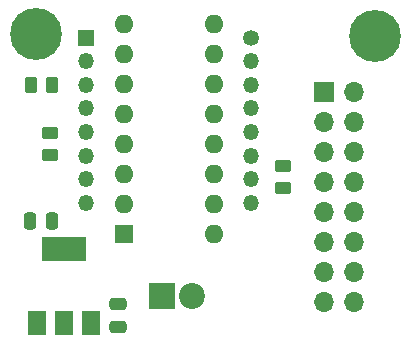
<source format=gts>
G04 #@! TF.GenerationSoftware,KiCad,Pcbnew,(6.0.10-0)*
G04 #@! TF.CreationDate,2023-01-01T02:05:10-05:00*
G04 #@! TF.ProjectId,8CT-PowerMeter,3843542d-506f-4776-9572-4d657465722e,rev?*
G04 #@! TF.SameCoordinates,Original*
G04 #@! TF.FileFunction,Soldermask,Top*
G04 #@! TF.FilePolarity,Negative*
%FSLAX46Y46*%
G04 Gerber Fmt 4.6, Leading zero omitted, Abs format (unit mm)*
G04 Created by KiCad (PCBNEW (6.0.10-0)) date 2023-01-01 02:05:10*
%MOMM*%
%LPD*%
G01*
G04 APERTURE LIST*
G04 Aperture macros list*
%AMRoundRect*
0 Rectangle with rounded corners*
0 $1 Rounding radius*
0 $2 $3 $4 $5 $6 $7 $8 $9 X,Y pos of 4 corners*
0 Add a 4 corners polygon primitive as box body*
4,1,4,$2,$3,$4,$5,$6,$7,$8,$9,$2,$3,0*
0 Add four circle primitives for the rounded corners*
1,1,$1+$1,$2,$3*
1,1,$1+$1,$4,$5*
1,1,$1+$1,$6,$7*
1,1,$1+$1,$8,$9*
0 Add four rect primitives between the rounded corners*
20,1,$1+$1,$2,$3,$4,$5,0*
20,1,$1+$1,$4,$5,$6,$7,0*
20,1,$1+$1,$6,$7,$8,$9,0*
20,1,$1+$1,$8,$9,$2,$3,0*%
G04 Aperture macros list end*
%ADD10RoundRect,0.250000X0.250000X0.475000X-0.250000X0.475000X-0.250000X-0.475000X0.250000X-0.475000X0*%
%ADD11RoundRect,0.250000X-0.262500X-0.450000X0.262500X-0.450000X0.262500X0.450000X-0.262500X0.450000X0*%
%ADD12RoundRect,0.250000X0.450000X-0.262500X0.450000X0.262500X-0.450000X0.262500X-0.450000X-0.262500X0*%
%ADD13R,1.500000X2.000000*%
%ADD14R,3.800000X2.000000*%
%ADD15R,2.200000X2.200000*%
%ADD16C,2.200000*%
%ADD17RoundRect,0.250000X0.475000X-0.250000X0.475000X0.250000X-0.475000X0.250000X-0.475000X-0.250000X0*%
%ADD18R,1.350000X1.350000*%
%ADD19O,1.350000X1.350000*%
%ADD20C,1.350000*%
%ADD21C,0.700000*%
%ADD22C,4.400000*%
%ADD23R,1.700000X1.700000*%
%ADD24O,1.700000X1.700000*%
%ADD25R,1.600000X1.600000*%
%ADD26O,1.600000X1.600000*%
G04 APERTURE END LIST*
D10*
X140200000Y-86300000D03*
X138300000Y-86300000D03*
D11*
X138387500Y-74800000D03*
X140212500Y-74800000D03*
D12*
X159718000Y-83487500D03*
X159718000Y-81662500D03*
X140000000Y-80712500D03*
X140000000Y-78887500D03*
D13*
X138900000Y-94950000D03*
D14*
X141200000Y-88650000D03*
D13*
X141200000Y-94950000D03*
X143500000Y-94950000D03*
D15*
X149474000Y-92672000D03*
D16*
X152014000Y-92672000D03*
D17*
X145800000Y-95250000D03*
X145800000Y-93350000D03*
D18*
X143045000Y-70780000D03*
D19*
X143045000Y-72780000D03*
X143045000Y-74780000D03*
X143045000Y-76780000D03*
X143045000Y-78780000D03*
X143045000Y-80780000D03*
X143045000Y-82780000D03*
X143045000Y-84780000D03*
X157045000Y-84780000D03*
X157045000Y-82780000D03*
X157045000Y-80780000D03*
X157045000Y-78780000D03*
X157045000Y-76780000D03*
X157045000Y-74780000D03*
X157045000Y-72780000D03*
D20*
X157045000Y-70780000D03*
D21*
X168688926Y-71773726D03*
X169172200Y-70607000D03*
X168688926Y-69440274D03*
X167522200Y-72257000D03*
X166355474Y-71773726D03*
X167522200Y-68957000D03*
X165872200Y-70607000D03*
D22*
X167522200Y-70607000D03*
D21*
X166355474Y-69440274D03*
D23*
X163212000Y-75400000D03*
D24*
X165752000Y-75400000D03*
X163212000Y-77940000D03*
X165752000Y-77940000D03*
X163212000Y-80480000D03*
X165752000Y-80480000D03*
X163212000Y-83020000D03*
X165752000Y-83020000D03*
X163212000Y-85560000D03*
X165752000Y-85560000D03*
X163212000Y-88100000D03*
X165752000Y-88100000D03*
X163212000Y-90640000D03*
X165752000Y-90640000D03*
X163212000Y-93180000D03*
X165752000Y-93180000D03*
D21*
X139966726Y-71666726D03*
X140450000Y-70500000D03*
X137633274Y-71666726D03*
X139966726Y-69333274D03*
X137150000Y-70500000D03*
X138800000Y-72150000D03*
X137633274Y-69333274D03*
X138800000Y-68850000D03*
D22*
X138800000Y-70500000D03*
D25*
X146250000Y-87375000D03*
D26*
X146250000Y-84835000D03*
X146250000Y-82295000D03*
X146250000Y-79755000D03*
X146250000Y-77215000D03*
X146250000Y-74675000D03*
X146250000Y-72135000D03*
X146250000Y-69595000D03*
X153870000Y-69595000D03*
X153870000Y-72135000D03*
X153870000Y-74675000D03*
X153870000Y-77215000D03*
X153870000Y-79755000D03*
X153870000Y-82295000D03*
X153870000Y-84835000D03*
X153870000Y-87375000D03*
M02*

</source>
